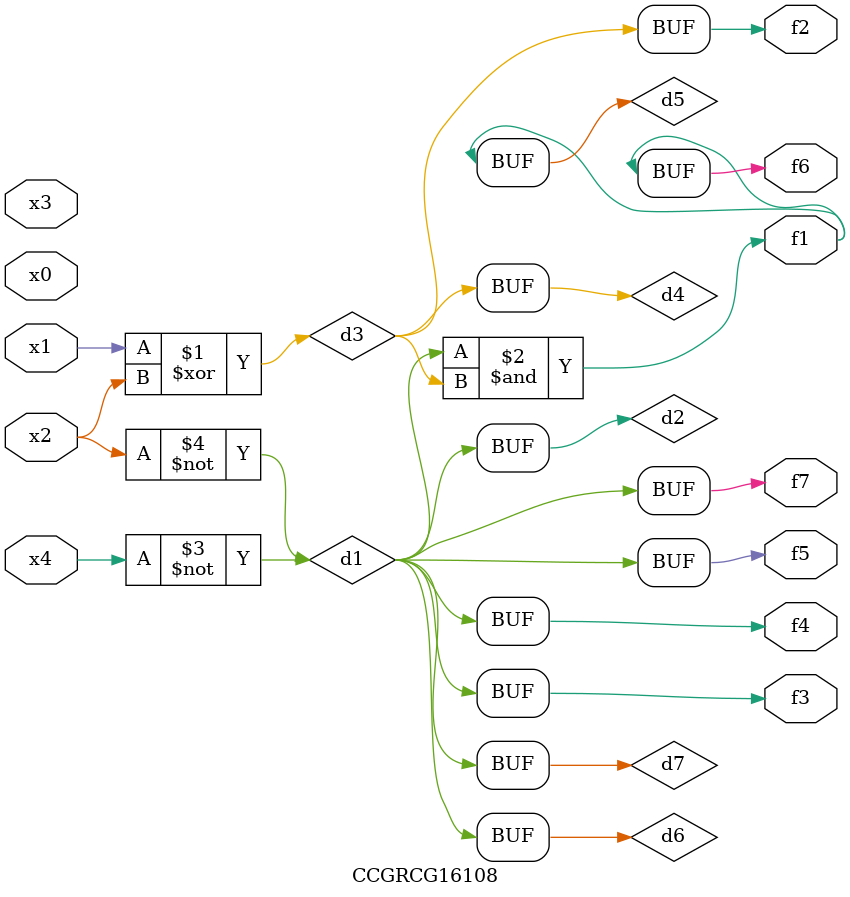
<source format=v>
module CCGRCG16108(
	input x0, x1, x2, x3, x4,
	output f1, f2, f3, f4, f5, f6, f7
);

	wire d1, d2, d3, d4, d5, d6, d7;

	not (d1, x4);
	not (d2, x2);
	xor (d3, x1, x2);
	buf (d4, d3);
	and (d5, d1, d3);
	buf (d6, d1, d2);
	buf (d7, d2);
	assign f1 = d5;
	assign f2 = d4;
	assign f3 = d7;
	assign f4 = d7;
	assign f5 = d7;
	assign f6 = d5;
	assign f7 = d7;
endmodule

</source>
